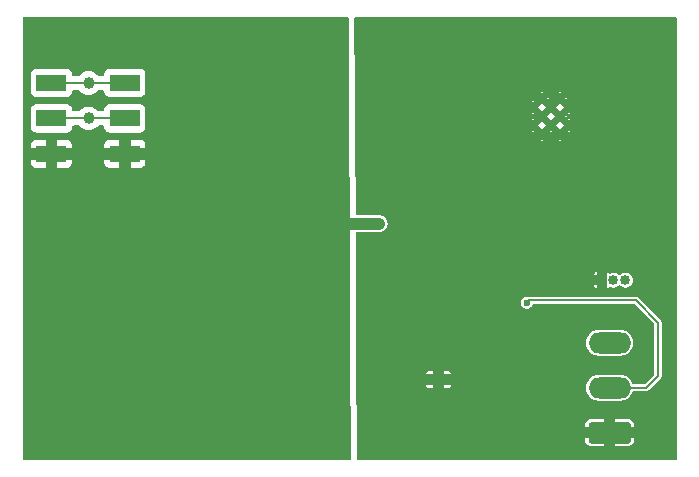
<source format=gbr>
%TF.GenerationSoftware,KiCad,Pcbnew,8.0.6*%
%TF.CreationDate,2025-02-17T14:25:18+01:00*%
%TF.ProjectId,KWLcontrol,4b574c63-6f6e-4747-926f-6c2e6b696361,rev?*%
%TF.SameCoordinates,Original*%
%TF.FileFunction,Copper,L2,Bot*%
%TF.FilePolarity,Positive*%
%FSLAX46Y46*%
G04 Gerber Fmt 4.6, Leading zero omitted, Abs format (unit mm)*
G04 Created by KiCad (PCBNEW 8.0.6) date 2025-02-17 14:25:18*
%MOMM*%
%LPD*%
G01*
G04 APERTURE LIST*
G04 Aperture macros list*
%AMRoundRect*
0 Rectangle with rounded corners*
0 $1 Rounding radius*
0 $2 $3 $4 $5 $6 $7 $8 $9 X,Y pos of 4 corners*
0 Add a 4 corners polygon primitive as box body*
4,1,4,$2,$3,$4,$5,$6,$7,$8,$9,$2,$3,0*
0 Add four circle primitives for the rounded corners*
1,1,$1+$1,$2,$3*
1,1,$1+$1,$4,$5*
1,1,$1+$1,$6,$7*
1,1,$1+$1,$8,$9*
0 Add four rect primitives between the rounded corners*
20,1,$1+$1,$2,$3,$4,$5,0*
20,1,$1+$1,$4,$5,$6,$7,0*
20,1,$1+$1,$6,$7,$8,$9,0*
20,1,$1+$1,$8,$9,$2,$3,0*%
G04 Aperture macros list end*
%TA.AperFunction,ComponentPad*%
%ADD10RoundRect,0.250000X1.550000X-0.650000X1.550000X0.650000X-1.550000X0.650000X-1.550000X-0.650000X0*%
%TD*%
%TA.AperFunction,ComponentPad*%
%ADD11O,3.600000X1.800000*%
%TD*%
%TA.AperFunction,ComponentPad*%
%ADD12R,0.850000X0.850000*%
%TD*%
%TA.AperFunction,ComponentPad*%
%ADD13O,0.850000X0.850000*%
%TD*%
%TA.AperFunction,ComponentPad*%
%ADD14C,0.600000*%
%TD*%
%TA.AperFunction,SMDPad,CuDef*%
%ADD15R,1.600000X0.900000*%
%TD*%
%TA.AperFunction,HeatsinkPad*%
%ADD16C,0.600000*%
%TD*%
%TA.AperFunction,SMDPad,CuDef*%
%ADD17R,2.500000X1.397000*%
%TD*%
%TA.AperFunction,ViaPad*%
%ADD18C,1.000000*%
%TD*%
%TA.AperFunction,ViaPad*%
%ADD19C,0.600000*%
%TD*%
%TA.AperFunction,Conductor*%
%ADD20C,0.200000*%
%TD*%
%TA.AperFunction,Conductor*%
%ADD21C,1.000000*%
%TD*%
G04 APERTURE END LIST*
D10*
%TO.P,J2,1,Pin_1*%
%TO.N,GNDREF*%
X161500000Y-144000000D03*
D11*
%TO.P,J2,2,Pin_2*%
%TO.N,Net-(J2-Pin_2)*%
X161500000Y-140190000D03*
%TO.P,J2,3,Pin_3*%
%TO.N,+12V*%
X161500000Y-136380000D03*
%TD*%
D12*
%TO.P,J3,1,Pin_1*%
%TO.N,GNDREF*%
X160830000Y-131100000D03*
D13*
%TO.P,J3,2,Pin_2*%
%TO.N,Net-(J3-Pin_2)*%
X161830000Y-131100000D03*
%TO.P,J3,3,Pin_3*%
%TO.N,Net-(J3-Pin_3)*%
X162830000Y-131100000D03*
%TD*%
D14*
%TO.P,U2,9,PAD*%
%TO.N,GNDREF*%
X146500000Y-139500000D03*
D15*
X147000000Y-139500000D03*
D14*
X147500000Y-139500000D03*
%TD*%
D16*
%TO.P,U1,39,GND*%
%TO.N,GNDREF*%
X155050000Y-116437500D03*
X155050000Y-117962500D03*
X155812500Y-115675000D03*
X155812500Y-117200000D03*
X155812500Y-118725000D03*
X156575000Y-116437500D03*
X156575000Y-117962500D03*
X157337500Y-115675000D03*
X157337500Y-117200000D03*
X157337500Y-118725000D03*
X158100000Y-116437500D03*
X158100000Y-117962500D03*
%TD*%
D17*
%TO.P,J4,1,1_1*%
%TO.N,/AC_PE*%
X114250001Y-120400000D03*
%TO.P,J4,2,1_2*%
X120449998Y-120400000D03*
%TO.P,J4,3,2_1*%
%TO.N,/AC_N*%
X114250001Y-117400002D03*
%TO.P,J4,4,2_2*%
X120449998Y-117400002D03*
%TO.P,J4,5,3_1*%
%TO.N,/AC_L*%
X114250001Y-114400002D03*
%TO.P,J4,6,3_2*%
X120449998Y-114400002D03*
%TD*%
D18*
%TO.N,/AC_L*%
X117400000Y-114400000D03*
%TO.N,/AC_N*%
X117400000Y-117400000D03*
%TO.N,GNDREF*%
X151750000Y-137250000D03*
X142400000Y-145000000D03*
X141800000Y-109700000D03*
X146500000Y-116500000D03*
X163800000Y-109900000D03*
%TO.N,/AC_PE*%
X117400000Y-120400000D03*
X142000000Y-126300000D03*
X112900000Y-145000000D03*
X112700000Y-109600000D03*
X138500000Y-109700000D03*
X138400000Y-145000000D03*
D19*
%TO.N,Net-(J2-Pin_2)*%
X154500000Y-133000000D03*
%TD*%
D20*
%TO.N,Net-(J2-Pin_2)*%
X154700000Y-132800000D02*
X163700000Y-132800000D01*
X164610000Y-140190000D02*
X161500000Y-140190000D01*
X154500000Y-133000000D02*
X154700000Y-132800000D01*
X163700000Y-132800000D02*
X165600000Y-134700000D01*
X165600000Y-134700000D02*
X165600000Y-139200000D01*
X165600000Y-139200000D02*
X164610000Y-140190000D01*
%TO.N,/AC_L*%
X114250001Y-114400002D02*
X120449998Y-114400002D01*
%TO.N,/AC_N*%
X114250001Y-117400002D02*
X120449998Y-117400002D01*
D21*
%TO.N,/AC_PE*%
X142000000Y-126300000D02*
X120600000Y-126300000D01*
X120600000Y-126300000D02*
X117400000Y-123100000D01*
X117400000Y-123100000D02*
X117400000Y-120400000D01*
%TD*%
%TA.AperFunction,Conductor*%
%TO.N,/AC_PE*%
G36*
X139340776Y-108820185D02*
G01*
X139386531Y-108872989D01*
X139397735Y-108923856D01*
X139397755Y-108927767D01*
X139397755Y-108927770D01*
X139421060Y-113413975D01*
X139430016Y-115138060D01*
X139432819Y-115677626D01*
X139433977Y-115900560D01*
X139436780Y-116440126D01*
X139439583Y-116979691D01*
X139440741Y-117202624D01*
X139441899Y-117425560D01*
X139444702Y-117965126D01*
X139447505Y-118504691D01*
X139448663Y-118727624D01*
X139451466Y-119267191D01*
X139483733Y-125478758D01*
X139483734Y-125478776D01*
X139495559Y-125584879D01*
X139506758Y-125635723D01*
X139506763Y-125635742D01*
X139540612Y-125737003D01*
X139540612Y-125737004D01*
X139618396Y-125858037D01*
X139618404Y-125858048D01*
X139664148Y-125910840D01*
X139664151Y-125910843D01*
X139664155Y-125910847D01*
X139772889Y-126005067D01*
X139903766Y-126064838D01*
X139903827Y-126064855D01*
X139903846Y-126064868D01*
X139907910Y-126066384D01*
X139907580Y-126067267D01*
X139962606Y-126102623D01*
X139991637Y-126166176D01*
X139992899Y-126183191D01*
X139994116Y-126417433D01*
X139974780Y-126484574D01*
X139922215Y-126530602D01*
X139909737Y-126535577D01*
X139857322Y-126553250D01*
X139857316Y-126553253D01*
X139736682Y-126631667D01*
X139684119Y-126677693D01*
X139684107Y-126677706D01*
X139590462Y-126786920D01*
X139531372Y-126918110D01*
X139512036Y-126985246D01*
X139492300Y-127127773D01*
X139510611Y-130652612D01*
X139510611Y-130652676D01*
X139512691Y-131052899D01*
X139512936Y-131100000D01*
X139512936Y-131100001D01*
X139515285Y-131552254D01*
X139522819Y-133002626D01*
X139539927Y-136296015D01*
X139540120Y-136333173D01*
X139554119Y-139027997D01*
X139556453Y-139477375D01*
X139556453Y-139477440D01*
X139559050Y-139977254D01*
X139559912Y-140143170D01*
X139576336Y-143304781D01*
X139579551Y-143923635D01*
X139579883Y-143987561D01*
X139583586Y-144700470D01*
X139585935Y-145152626D01*
X139591246Y-146174856D01*
X139571910Y-146241997D01*
X139519345Y-146288025D01*
X139467248Y-146299500D01*
X111924500Y-146299500D01*
X111857461Y-146279815D01*
X111811706Y-146227011D01*
X111800500Y-146175500D01*
X111800500Y-121146344D01*
X112500001Y-121146344D01*
X112506402Y-121205872D01*
X112506404Y-121205879D01*
X112556646Y-121340586D01*
X112556650Y-121340593D01*
X112642810Y-121455687D01*
X112642813Y-121455690D01*
X112757907Y-121541850D01*
X112757914Y-121541854D01*
X112892621Y-121592096D01*
X112892628Y-121592098D01*
X112952156Y-121598499D01*
X112952173Y-121598500D01*
X113750001Y-121598500D01*
X114750001Y-121598500D01*
X115547829Y-121598500D01*
X115547845Y-121598499D01*
X115607373Y-121592098D01*
X115607380Y-121592096D01*
X115742087Y-121541854D01*
X115742094Y-121541850D01*
X115857188Y-121455690D01*
X115857191Y-121455687D01*
X115943351Y-121340593D01*
X115943355Y-121340586D01*
X115993597Y-121205879D01*
X115993599Y-121205872D01*
X116000000Y-121146344D01*
X118699998Y-121146344D01*
X118706399Y-121205872D01*
X118706401Y-121205879D01*
X118756643Y-121340586D01*
X118756647Y-121340593D01*
X118842807Y-121455687D01*
X118842810Y-121455690D01*
X118957904Y-121541850D01*
X118957911Y-121541854D01*
X119092618Y-121592096D01*
X119092625Y-121592098D01*
X119152153Y-121598499D01*
X119152170Y-121598500D01*
X119949998Y-121598500D01*
X120949998Y-121598500D01*
X121747826Y-121598500D01*
X121747842Y-121598499D01*
X121807370Y-121592098D01*
X121807377Y-121592096D01*
X121942084Y-121541854D01*
X121942091Y-121541850D01*
X122057185Y-121455690D01*
X122057188Y-121455687D01*
X122143348Y-121340593D01*
X122143352Y-121340586D01*
X122193594Y-121205879D01*
X122193596Y-121205872D01*
X122199997Y-121146344D01*
X122199998Y-121146327D01*
X122199998Y-120900000D01*
X120949998Y-120900000D01*
X120949998Y-121598500D01*
X119949998Y-121598500D01*
X119949998Y-120900000D01*
X118699998Y-120900000D01*
X118699998Y-121146344D01*
X116000000Y-121146344D01*
X116000001Y-121146327D01*
X116000001Y-120900000D01*
X114750001Y-120900000D01*
X114750001Y-121598500D01*
X113750001Y-121598500D01*
X113750001Y-120900000D01*
X112500001Y-120900000D01*
X112500001Y-121146344D01*
X111800500Y-121146344D01*
X111800500Y-119653655D01*
X112500001Y-119653655D01*
X112500001Y-119900000D01*
X113750001Y-119900000D01*
X114750001Y-119900000D01*
X116000001Y-119900000D01*
X116000001Y-119653672D01*
X116000000Y-119653655D01*
X118699998Y-119653655D01*
X118699998Y-119900000D01*
X119949998Y-119900000D01*
X120949998Y-119900000D01*
X122199998Y-119900000D01*
X122199998Y-119653672D01*
X122199997Y-119653655D01*
X122193596Y-119594127D01*
X122193594Y-119594120D01*
X122143352Y-119459413D01*
X122143348Y-119459406D01*
X122057188Y-119344312D01*
X122057185Y-119344309D01*
X121942091Y-119258149D01*
X121942084Y-119258145D01*
X121807377Y-119207903D01*
X121807370Y-119207901D01*
X121747842Y-119201500D01*
X120949998Y-119201500D01*
X120949998Y-119900000D01*
X119949998Y-119900000D01*
X119949998Y-119201500D01*
X119152153Y-119201500D01*
X119092625Y-119207901D01*
X119092618Y-119207903D01*
X118957911Y-119258145D01*
X118957904Y-119258149D01*
X118842810Y-119344309D01*
X118842807Y-119344312D01*
X118756647Y-119459406D01*
X118756643Y-119459413D01*
X118706401Y-119594120D01*
X118706399Y-119594127D01*
X118699998Y-119653655D01*
X116000000Y-119653655D01*
X115993599Y-119594127D01*
X115993597Y-119594120D01*
X115943355Y-119459413D01*
X115943351Y-119459406D01*
X115857191Y-119344312D01*
X115857188Y-119344309D01*
X115742094Y-119258149D01*
X115742087Y-119258145D01*
X115607380Y-119207903D01*
X115607373Y-119207901D01*
X115547845Y-119201500D01*
X114750001Y-119201500D01*
X114750001Y-119900000D01*
X113750001Y-119900000D01*
X113750001Y-119201500D01*
X112952156Y-119201500D01*
X112892628Y-119207901D01*
X112892621Y-119207903D01*
X112757914Y-119258145D01*
X112757907Y-119258149D01*
X112642813Y-119344309D01*
X112642810Y-119344312D01*
X112556650Y-119459406D01*
X112556646Y-119459413D01*
X112506404Y-119594120D01*
X112506402Y-119594127D01*
X112500001Y-119653655D01*
X111800500Y-119653655D01*
X111800500Y-116653637D01*
X112499501Y-116653637D01*
X112499501Y-118146372D01*
X112499502Y-118146378D01*
X112505909Y-118205985D01*
X112556203Y-118340830D01*
X112556207Y-118340837D01*
X112642453Y-118456046D01*
X112642456Y-118456049D01*
X112757665Y-118542295D01*
X112757672Y-118542299D01*
X112892518Y-118592593D01*
X112892517Y-118592593D01*
X112899445Y-118593337D01*
X112952128Y-118599002D01*
X115547873Y-118599001D01*
X115607484Y-118592593D01*
X115742332Y-118542298D01*
X115857547Y-118456048D01*
X115943797Y-118340833D01*
X115994092Y-118205985D01*
X116000501Y-118146375D01*
X116000501Y-118124502D01*
X116020186Y-118057463D01*
X116072990Y-118011708D01*
X116124501Y-118000502D01*
X116539882Y-118000502D01*
X116606921Y-118020187D01*
X116635736Y-118045838D01*
X116689117Y-118110883D01*
X116841460Y-118235909D01*
X116841467Y-118235913D01*
X117015266Y-118328811D01*
X117015269Y-118328811D01*
X117015273Y-118328814D01*
X117203868Y-118386024D01*
X117400000Y-118405341D01*
X117596132Y-118386024D01*
X117784727Y-118328814D01*
X117958538Y-118235910D01*
X118110883Y-118110883D01*
X118164264Y-118045837D01*
X118222010Y-118006503D01*
X118260118Y-118000502D01*
X118575499Y-118000502D01*
X118642538Y-118020187D01*
X118688293Y-118072991D01*
X118699499Y-118124502D01*
X118699499Y-118146378D01*
X118705906Y-118205985D01*
X118756200Y-118340830D01*
X118756204Y-118340837D01*
X118842450Y-118456046D01*
X118842453Y-118456049D01*
X118957662Y-118542295D01*
X118957669Y-118542299D01*
X119092515Y-118592593D01*
X119092514Y-118592593D01*
X119099442Y-118593337D01*
X119152125Y-118599002D01*
X121747870Y-118599001D01*
X121807481Y-118592593D01*
X121942329Y-118542298D01*
X122057544Y-118456048D01*
X122143794Y-118340833D01*
X122194089Y-118205985D01*
X122200498Y-118146375D01*
X122200497Y-116653630D01*
X122194089Y-116594019D01*
X122182926Y-116564090D01*
X122143795Y-116459173D01*
X122143791Y-116459166D01*
X122057545Y-116343957D01*
X122057542Y-116343954D01*
X121942333Y-116257708D01*
X121942326Y-116257704D01*
X121807480Y-116207410D01*
X121807481Y-116207410D01*
X121747881Y-116201003D01*
X121747879Y-116201002D01*
X121747871Y-116201002D01*
X121747862Y-116201002D01*
X119152127Y-116201002D01*
X119152121Y-116201003D01*
X119092514Y-116207410D01*
X118957669Y-116257704D01*
X118957662Y-116257708D01*
X118842453Y-116343954D01*
X118842450Y-116343957D01*
X118756204Y-116459166D01*
X118756200Y-116459173D01*
X118705906Y-116594019D01*
X118699499Y-116653618D01*
X118699499Y-116653625D01*
X118699498Y-116653637D01*
X118699498Y-116675502D01*
X118679813Y-116742541D01*
X118627009Y-116788296D01*
X118575498Y-116799502D01*
X118260122Y-116799502D01*
X118193083Y-116779817D01*
X118164269Y-116754167D01*
X118110883Y-116689116D01*
X117958539Y-116564090D01*
X117958532Y-116564086D01*
X117784733Y-116471188D01*
X117784727Y-116471186D01*
X117596132Y-116413976D01*
X117596129Y-116413975D01*
X117400000Y-116394659D01*
X117203870Y-116413975D01*
X117015266Y-116471188D01*
X116841467Y-116564086D01*
X116841460Y-116564090D01*
X116689116Y-116689116D01*
X116635731Y-116754167D01*
X116577985Y-116793501D01*
X116539878Y-116799502D01*
X116124500Y-116799502D01*
X116057461Y-116779817D01*
X116011706Y-116727013D01*
X116000500Y-116675502D01*
X116000500Y-116653631D01*
X116000499Y-116653625D01*
X116000498Y-116653618D01*
X115994092Y-116594019D01*
X115982929Y-116564090D01*
X115943798Y-116459173D01*
X115943794Y-116459166D01*
X115857548Y-116343957D01*
X115857545Y-116343954D01*
X115742336Y-116257708D01*
X115742329Y-116257704D01*
X115607483Y-116207410D01*
X115607484Y-116207410D01*
X115547884Y-116201003D01*
X115547882Y-116201002D01*
X115547874Y-116201002D01*
X115547865Y-116201002D01*
X112952130Y-116201002D01*
X112952124Y-116201003D01*
X112892517Y-116207410D01*
X112757672Y-116257704D01*
X112757665Y-116257708D01*
X112642456Y-116343954D01*
X112642453Y-116343957D01*
X112556207Y-116459166D01*
X112556203Y-116459173D01*
X112505909Y-116594019D01*
X112499502Y-116653618D01*
X112499502Y-116653625D01*
X112499501Y-116653637D01*
X111800500Y-116653637D01*
X111800500Y-113653637D01*
X112499501Y-113653637D01*
X112499501Y-115146372D01*
X112499502Y-115146378D01*
X112505909Y-115205985D01*
X112556203Y-115340830D01*
X112556207Y-115340837D01*
X112642453Y-115456046D01*
X112642456Y-115456049D01*
X112757665Y-115542295D01*
X112757672Y-115542299D01*
X112892518Y-115592593D01*
X112892517Y-115592593D01*
X112899445Y-115593337D01*
X112952128Y-115599002D01*
X115547873Y-115599001D01*
X115607484Y-115592593D01*
X115742332Y-115542298D01*
X115857547Y-115456048D01*
X115943797Y-115340833D01*
X115994092Y-115205985D01*
X116000501Y-115146375D01*
X116000501Y-115124502D01*
X116020186Y-115057463D01*
X116072990Y-115011708D01*
X116124501Y-115000502D01*
X116539882Y-115000502D01*
X116606921Y-115020187D01*
X116635736Y-115045838D01*
X116689117Y-115110883D01*
X116841460Y-115235909D01*
X116841467Y-115235913D01*
X117015266Y-115328811D01*
X117015269Y-115328811D01*
X117015273Y-115328814D01*
X117203868Y-115386024D01*
X117400000Y-115405341D01*
X117596132Y-115386024D01*
X117784727Y-115328814D01*
X117958538Y-115235910D01*
X118110883Y-115110883D01*
X118164264Y-115045837D01*
X118222010Y-115006503D01*
X118260118Y-115000502D01*
X118575499Y-115000502D01*
X118642538Y-115020187D01*
X118688293Y-115072991D01*
X118699499Y-115124502D01*
X118699499Y-115146378D01*
X118705906Y-115205985D01*
X118756200Y-115340830D01*
X118756204Y-115340837D01*
X118842450Y-115456046D01*
X118842453Y-115456049D01*
X118957662Y-115542295D01*
X118957669Y-115542299D01*
X119092515Y-115592593D01*
X119092514Y-115592593D01*
X119099442Y-115593337D01*
X119152125Y-115599002D01*
X121747870Y-115599001D01*
X121807481Y-115592593D01*
X121942329Y-115542298D01*
X122057544Y-115456048D01*
X122143794Y-115340833D01*
X122194089Y-115205985D01*
X122200498Y-115146375D01*
X122200497Y-113653630D01*
X122194089Y-113594019D01*
X122182926Y-113564090D01*
X122143795Y-113459173D01*
X122143791Y-113459166D01*
X122057545Y-113343957D01*
X122057542Y-113343954D01*
X121942333Y-113257708D01*
X121942326Y-113257704D01*
X121807480Y-113207410D01*
X121807481Y-113207410D01*
X121747881Y-113201003D01*
X121747879Y-113201002D01*
X121747871Y-113201002D01*
X121747862Y-113201002D01*
X119152127Y-113201002D01*
X119152121Y-113201003D01*
X119092514Y-113207410D01*
X118957669Y-113257704D01*
X118957662Y-113257708D01*
X118842453Y-113343954D01*
X118842450Y-113343957D01*
X118756204Y-113459166D01*
X118756200Y-113459173D01*
X118705906Y-113594019D01*
X118699499Y-113653618D01*
X118699499Y-113653625D01*
X118699498Y-113653637D01*
X118699498Y-113675502D01*
X118679813Y-113742541D01*
X118627009Y-113788296D01*
X118575498Y-113799502D01*
X118260122Y-113799502D01*
X118193083Y-113779817D01*
X118164269Y-113754167D01*
X118110883Y-113689116D01*
X117958539Y-113564090D01*
X117958532Y-113564086D01*
X117784733Y-113471188D01*
X117784727Y-113471186D01*
X117596132Y-113413976D01*
X117596129Y-113413975D01*
X117400000Y-113394659D01*
X117203870Y-113413975D01*
X117015266Y-113471188D01*
X116841467Y-113564086D01*
X116841460Y-113564090D01*
X116689116Y-113689116D01*
X116635731Y-113754167D01*
X116577985Y-113793501D01*
X116539878Y-113799502D01*
X116124500Y-113799502D01*
X116057461Y-113779817D01*
X116011706Y-113727013D01*
X116000500Y-113675502D01*
X116000500Y-113653631D01*
X116000499Y-113653625D01*
X116000498Y-113653618D01*
X115994092Y-113594019D01*
X115982929Y-113564090D01*
X115943798Y-113459173D01*
X115943794Y-113459166D01*
X115857548Y-113343957D01*
X115857545Y-113343954D01*
X115742336Y-113257708D01*
X115742329Y-113257704D01*
X115607483Y-113207410D01*
X115607484Y-113207410D01*
X115547884Y-113201003D01*
X115547882Y-113201002D01*
X115547874Y-113201002D01*
X115547865Y-113201002D01*
X112952130Y-113201002D01*
X112952124Y-113201003D01*
X112892517Y-113207410D01*
X112757672Y-113257704D01*
X112757665Y-113257708D01*
X112642456Y-113343954D01*
X112642453Y-113343957D01*
X112556207Y-113459166D01*
X112556203Y-113459173D01*
X112505909Y-113594019D01*
X112499502Y-113653618D01*
X112499502Y-113653625D01*
X112499501Y-113653637D01*
X111800500Y-113653637D01*
X111800500Y-108924500D01*
X111820185Y-108857461D01*
X111872989Y-108811706D01*
X111924500Y-108800500D01*
X139273737Y-108800500D01*
X139340776Y-108820185D01*
G37*
%TD.AperFunction*%
%TD*%
%TA.AperFunction,Conductor*%
%TO.N,GNDREF*%
G36*
X167142539Y-108820185D02*
G01*
X167188294Y-108872989D01*
X167199500Y-108924500D01*
X167199500Y-146175500D01*
X167179815Y-146242539D01*
X167127011Y-146288294D01*
X167075500Y-146299500D01*
X140220757Y-146299500D01*
X140153718Y-146279815D01*
X140107963Y-146227011D01*
X140096759Y-146176144D01*
X140091428Y-145150000D01*
X140089079Y-144697844D01*
X159450000Y-144697844D01*
X159456401Y-144757372D01*
X159456403Y-144757379D01*
X159506645Y-144892086D01*
X159506649Y-144892093D01*
X159592809Y-145007187D01*
X159592812Y-145007190D01*
X159707906Y-145093350D01*
X159707913Y-145093354D01*
X159842620Y-145143596D01*
X159842627Y-145143598D01*
X159902155Y-145149999D01*
X159902172Y-145150000D01*
X161000000Y-145150000D01*
X162000000Y-145150000D01*
X163097828Y-145150000D01*
X163097844Y-145149999D01*
X163157372Y-145143598D01*
X163157379Y-145143596D01*
X163292086Y-145093354D01*
X163292093Y-145093350D01*
X163407187Y-145007190D01*
X163407190Y-145007187D01*
X163493350Y-144892093D01*
X163493354Y-144892086D01*
X163543596Y-144757379D01*
X163543598Y-144757372D01*
X163549999Y-144697844D01*
X163550000Y-144697827D01*
X163550000Y-144500000D01*
X162000000Y-144500000D01*
X162000000Y-145150000D01*
X161000000Y-145150000D01*
X161000000Y-144500000D01*
X159450000Y-144500000D01*
X159450000Y-144697844D01*
X140089079Y-144697844D01*
X140085044Y-143921009D01*
X160900000Y-143921009D01*
X160900000Y-144078991D01*
X160940889Y-144231591D01*
X161019881Y-144368408D01*
X161131592Y-144480119D01*
X161268409Y-144559111D01*
X161421009Y-144600000D01*
X161578991Y-144600000D01*
X161731591Y-144559111D01*
X161868408Y-144480119D01*
X161980119Y-144368408D01*
X162059111Y-144231591D01*
X162100000Y-144078991D01*
X162100000Y-143921009D01*
X162059111Y-143768409D01*
X161980119Y-143631592D01*
X161868408Y-143519881D01*
X161833973Y-143500000D01*
X162000000Y-143500000D01*
X163550000Y-143500000D01*
X163550000Y-143302172D01*
X163549999Y-143302155D01*
X163543598Y-143242627D01*
X163543596Y-143242620D01*
X163493354Y-143107913D01*
X163493350Y-143107906D01*
X163407190Y-142992812D01*
X163407187Y-142992809D01*
X163292093Y-142906649D01*
X163292086Y-142906645D01*
X163157379Y-142856403D01*
X163157372Y-142856401D01*
X163097844Y-142850000D01*
X162000000Y-142850000D01*
X162000000Y-143500000D01*
X161833973Y-143500000D01*
X161731591Y-143440889D01*
X161578991Y-143400000D01*
X161421009Y-143400000D01*
X161268409Y-143440889D01*
X161131592Y-143519881D01*
X161019881Y-143631592D01*
X160940889Y-143768409D01*
X160900000Y-143921009D01*
X140085044Y-143921009D01*
X140081829Y-143302155D01*
X159450000Y-143302155D01*
X159450000Y-143500000D01*
X161000000Y-143500000D01*
X161000000Y-142850000D01*
X159902155Y-142850000D01*
X159842627Y-142856401D01*
X159842620Y-142856403D01*
X159707913Y-142906645D01*
X159707906Y-142906649D01*
X159592812Y-142992809D01*
X159592809Y-142992812D01*
X159506649Y-143107906D01*
X159506645Y-143107913D01*
X159456403Y-143242620D01*
X159456401Y-143242627D01*
X159450000Y-143302155D01*
X140081829Y-143302155D01*
X140064543Y-139974628D01*
X145950000Y-139974628D01*
X145964503Y-140047540D01*
X145964505Y-140047544D01*
X146019760Y-140130239D01*
X146102455Y-140185494D01*
X146102459Y-140185496D01*
X146175371Y-140199999D01*
X146175374Y-140200000D01*
X146550000Y-140200000D01*
X147450000Y-140200000D01*
X147824626Y-140200000D01*
X147824628Y-140199999D01*
X147897540Y-140185496D01*
X147897544Y-140185494D01*
X147980239Y-140130239D01*
X148035494Y-140047544D01*
X148035496Y-140047540D01*
X148049999Y-139974628D01*
X148050000Y-139974626D01*
X148050000Y-139950000D01*
X147450000Y-139950000D01*
X147450000Y-140200000D01*
X146550000Y-140200000D01*
X146550000Y-139950000D01*
X145950000Y-139950000D01*
X145950000Y-139974628D01*
X140064543Y-139974628D01*
X140061948Y-139475136D01*
X146375000Y-139475136D01*
X146375000Y-139524864D01*
X146394030Y-139570807D01*
X146429193Y-139605970D01*
X146475136Y-139625000D01*
X146524864Y-139625000D01*
X146570807Y-139605970D01*
X146605970Y-139570807D01*
X146625000Y-139524864D01*
X146625000Y-139475136D01*
X147375000Y-139475136D01*
X147375000Y-139524864D01*
X147394030Y-139570807D01*
X147429193Y-139605970D01*
X147475136Y-139625000D01*
X147524864Y-139625000D01*
X147570807Y-139605970D01*
X147605970Y-139570807D01*
X147625000Y-139524864D01*
X147625000Y-139475136D01*
X147605970Y-139429193D01*
X147570807Y-139394030D01*
X147524864Y-139375000D01*
X147475136Y-139375000D01*
X147429193Y-139394030D01*
X147394030Y-139429193D01*
X147375000Y-139475136D01*
X146625000Y-139475136D01*
X146605970Y-139429193D01*
X146570807Y-139394030D01*
X146524864Y-139375000D01*
X146475136Y-139375000D01*
X146429193Y-139394030D01*
X146394030Y-139429193D01*
X146375000Y-139475136D01*
X140061948Y-139475136D01*
X140059612Y-139025371D01*
X145950000Y-139025371D01*
X145950000Y-139050000D01*
X146550000Y-139050000D01*
X147450000Y-139050000D01*
X148050000Y-139050000D01*
X148050000Y-139025373D01*
X148049999Y-139025371D01*
X148035496Y-138952459D01*
X148035494Y-138952455D01*
X147980239Y-138869760D01*
X147897544Y-138814505D01*
X147897540Y-138814503D01*
X147824627Y-138800000D01*
X147450000Y-138800000D01*
X147450000Y-139050000D01*
X146550000Y-139050000D01*
X146550000Y-138800000D01*
X146175373Y-138800000D01*
X146102459Y-138814503D01*
X146102455Y-138814505D01*
X146019760Y-138869760D01*
X145964505Y-138952455D01*
X145964503Y-138952459D01*
X145950000Y-139025371D01*
X140059612Y-139025371D01*
X140045420Y-136293389D01*
X159499500Y-136293389D01*
X159499500Y-136466611D01*
X159526598Y-136637701D01*
X159580127Y-136802445D01*
X159658768Y-136956788D01*
X159760586Y-137096928D01*
X159883072Y-137219414D01*
X160023212Y-137321232D01*
X160177555Y-137399873D01*
X160342299Y-137453402D01*
X160513389Y-137480500D01*
X160513390Y-137480500D01*
X162486610Y-137480500D01*
X162486611Y-137480500D01*
X162657701Y-137453402D01*
X162822445Y-137399873D01*
X162976788Y-137321232D01*
X163116928Y-137219414D01*
X163239414Y-137096928D01*
X163341232Y-136956788D01*
X163419873Y-136802445D01*
X163473402Y-136637701D01*
X163500500Y-136466611D01*
X163500500Y-136293389D01*
X163473402Y-136122299D01*
X163419873Y-135957555D01*
X163341232Y-135803212D01*
X163239414Y-135663072D01*
X163116928Y-135540586D01*
X162976788Y-135438768D01*
X162822445Y-135360127D01*
X162657701Y-135306598D01*
X162657699Y-135306597D01*
X162657698Y-135306597D01*
X162526271Y-135285781D01*
X162486611Y-135279500D01*
X160513389Y-135279500D01*
X160473728Y-135285781D01*
X160342302Y-135306597D01*
X160177552Y-135360128D01*
X160023211Y-135438768D01*
X159943256Y-135496859D01*
X159883072Y-135540586D01*
X159883070Y-135540588D01*
X159883069Y-135540588D01*
X159760588Y-135663069D01*
X159760588Y-135663070D01*
X159760586Y-135663072D01*
X159716859Y-135723256D01*
X159658768Y-135803211D01*
X159580128Y-135957552D01*
X159526597Y-136122302D01*
X159499500Y-136293389D01*
X140045420Y-136293389D01*
X140028312Y-133000000D01*
X153994353Y-133000000D01*
X154014834Y-133142456D01*
X154028778Y-133172988D01*
X154074623Y-133273373D01*
X154168872Y-133382143D01*
X154289947Y-133459953D01*
X154289950Y-133459954D01*
X154289949Y-133459954D01*
X154428036Y-133500499D01*
X154428038Y-133500500D01*
X154428039Y-133500500D01*
X154571962Y-133500500D01*
X154571962Y-133500499D01*
X154710053Y-133459953D01*
X154831128Y-133382143D01*
X154925377Y-133273373D01*
X154971222Y-133172988D01*
X155016977Y-133120184D01*
X155084016Y-133100500D01*
X163524167Y-133100500D01*
X163591206Y-133120185D01*
X163611848Y-133136819D01*
X165263181Y-134788152D01*
X165296666Y-134849475D01*
X165299500Y-134875833D01*
X165299500Y-139024167D01*
X165279815Y-139091206D01*
X165263181Y-139111848D01*
X164521848Y-139853181D01*
X164460525Y-139886666D01*
X164434167Y-139889500D01*
X163549587Y-139889500D01*
X163482548Y-139869815D01*
X163436793Y-139817011D01*
X163431657Y-139803820D01*
X163419873Y-139767554D01*
X163341231Y-139613211D01*
X163335970Y-139605970D01*
X163239414Y-139473072D01*
X163116928Y-139350586D01*
X162976788Y-139248768D01*
X162822445Y-139170127D01*
X162657701Y-139116598D01*
X162657699Y-139116597D01*
X162657698Y-139116597D01*
X162497382Y-139091206D01*
X162486611Y-139089500D01*
X160513389Y-139089500D01*
X160502618Y-139091206D01*
X160342302Y-139116597D01*
X160177552Y-139170128D01*
X160023211Y-139248768D01*
X159943256Y-139306859D01*
X159883072Y-139350586D01*
X159883070Y-139350588D01*
X159883069Y-139350588D01*
X159760588Y-139473069D01*
X159760588Y-139473070D01*
X159760586Y-139473072D01*
X159722957Y-139524864D01*
X159658768Y-139613211D01*
X159580128Y-139767552D01*
X159526597Y-139932302D01*
X159508345Y-140047544D01*
X159499500Y-140103389D01*
X159499500Y-140276611D01*
X159526598Y-140447701D01*
X159580127Y-140612445D01*
X159658768Y-140766788D01*
X159760586Y-140906928D01*
X159883072Y-141029414D01*
X160023212Y-141131232D01*
X160177555Y-141209873D01*
X160342299Y-141263402D01*
X160513389Y-141290500D01*
X160513390Y-141290500D01*
X162486610Y-141290500D01*
X162486611Y-141290500D01*
X162657701Y-141263402D01*
X162822445Y-141209873D01*
X162976788Y-141131232D01*
X163116928Y-141029414D01*
X163239414Y-140906928D01*
X163341232Y-140766788D01*
X163419873Y-140612445D01*
X163431657Y-140576180D01*
X163471095Y-140518505D01*
X163535454Y-140491308D01*
X163549587Y-140490500D01*
X164649560Y-140490500D01*
X164649562Y-140490500D01*
X164725989Y-140470021D01*
X164794511Y-140430460D01*
X164850460Y-140374511D01*
X165840460Y-139384511D01*
X165847577Y-139372184D01*
X165880021Y-139315989D01*
X165900500Y-139239562D01*
X165900500Y-134660438D01*
X165880022Y-134584012D01*
X165840460Y-134515489D01*
X163884511Y-132559540D01*
X163884509Y-132559539D01*
X163884504Y-132559535D01*
X163815995Y-132519982D01*
X163815990Y-132519979D01*
X163785820Y-132511895D01*
X163739562Y-132499500D01*
X154739562Y-132499500D01*
X154660438Y-132499500D01*
X154660434Y-132499500D01*
X154647798Y-132502886D01*
X154580774Y-132502087D01*
X154571963Y-132499500D01*
X154571961Y-132499500D01*
X154428039Y-132499500D01*
X154428036Y-132499500D01*
X154289949Y-132540045D01*
X154168873Y-132617856D01*
X154074623Y-132726626D01*
X154074622Y-132726628D01*
X154014834Y-132857543D01*
X153994353Y-133000000D01*
X140028312Y-133000000D01*
X140020778Y-131549628D01*
X160155000Y-131549628D01*
X160169503Y-131622540D01*
X160169505Y-131622544D01*
X160224760Y-131705239D01*
X160307455Y-131760494D01*
X160307459Y-131760496D01*
X160380371Y-131774999D01*
X160380374Y-131775000D01*
X160405000Y-131775000D01*
X160405000Y-131525000D01*
X160155000Y-131525000D01*
X160155000Y-131549628D01*
X140020778Y-131549628D01*
X140018184Y-131050272D01*
X160580000Y-131050272D01*
X160580000Y-131149728D01*
X160618060Y-131241614D01*
X160688386Y-131311940D01*
X160780272Y-131350000D01*
X160879728Y-131350000D01*
X160971614Y-131311940D01*
X161041940Y-131241614D01*
X161080000Y-131149728D01*
X161080000Y-131100000D01*
X161199906Y-131100000D01*
X161218214Y-131250790D01*
X161231016Y-131284544D01*
X161246942Y-131326539D01*
X161255000Y-131370508D01*
X161255000Y-131775000D01*
X161279626Y-131775000D01*
X161279628Y-131774999D01*
X161352540Y-131760496D01*
X161352544Y-131760494D01*
X161435239Y-131705240D01*
X161440242Y-131700237D01*
X161501563Y-131666750D01*
X161571255Y-131671732D01*
X161585539Y-131678112D01*
X161606566Y-131689148D01*
X161606568Y-131689148D01*
X161606569Y-131689149D01*
X161754050Y-131725500D01*
X161754051Y-131725500D01*
X161905950Y-131725500D01*
X161955110Y-131713382D01*
X162053434Y-131689148D01*
X162187934Y-131618557D01*
X162247774Y-131565543D01*
X162311006Y-131535823D01*
X162380270Y-131545007D01*
X162412224Y-131565542D01*
X162472066Y-131618557D01*
X162606566Y-131689148D01*
X162680308Y-131707324D01*
X162754050Y-131725500D01*
X162754051Y-131725500D01*
X162905950Y-131725500D01*
X162955110Y-131713382D01*
X163053434Y-131689148D01*
X163187934Y-131618557D01*
X163301632Y-131517830D01*
X163387921Y-131392819D01*
X163441785Y-131250791D01*
X163460094Y-131100000D01*
X163441785Y-130949209D01*
X163387921Y-130807181D01*
X163301632Y-130682170D01*
X163187934Y-130581443D01*
X163053434Y-130510852D01*
X163053433Y-130510851D01*
X163053432Y-130510851D01*
X162905950Y-130474500D01*
X162905949Y-130474500D01*
X162754051Y-130474500D01*
X162754050Y-130474500D01*
X162606567Y-130510851D01*
X162472064Y-130581443D01*
X162412226Y-130634455D01*
X162348993Y-130664176D01*
X162279729Y-130654992D01*
X162247774Y-130634455D01*
X162187935Y-130581443D01*
X162053432Y-130510851D01*
X161905950Y-130474500D01*
X161905949Y-130474500D01*
X161754051Y-130474500D01*
X161754050Y-130474500D01*
X161606566Y-130510851D01*
X161606565Y-130510852D01*
X161585551Y-130521881D01*
X161517043Y-130535605D01*
X161451990Y-130510112D01*
X161440249Y-130499768D01*
X161435242Y-130494762D01*
X161352544Y-130439505D01*
X161352540Y-130439503D01*
X161279627Y-130425000D01*
X161255000Y-130425000D01*
X161255000Y-130829490D01*
X161246942Y-130873460D01*
X161218216Y-130949203D01*
X161218214Y-130949212D01*
X161199906Y-131100000D01*
X161080000Y-131100000D01*
X161080000Y-131050272D01*
X161041940Y-130958386D01*
X160971614Y-130888060D01*
X160879728Y-130850000D01*
X160780272Y-130850000D01*
X160688386Y-130888060D01*
X160618060Y-130958386D01*
X160580000Y-131050272D01*
X140018184Y-131050272D01*
X140016106Y-130650371D01*
X160155000Y-130650371D01*
X160155000Y-130675000D01*
X160405000Y-130675000D01*
X160405000Y-130425000D01*
X160380373Y-130425000D01*
X160307459Y-130439503D01*
X160307455Y-130439505D01*
X160224760Y-130494760D01*
X160169505Y-130577455D01*
X160169503Y-130577459D01*
X160155000Y-130650371D01*
X140016106Y-130650371D01*
X139997793Y-127125144D01*
X140017129Y-127058003D01*
X140069694Y-127011975D01*
X140121791Y-127000500D01*
X142085058Y-127000500D01*
X142085058Y-127000499D01*
X142149506Y-126984614D01*
X142154975Y-126983396D01*
X142204328Y-126973580D01*
X142210417Y-126971057D01*
X142228204Y-126965216D01*
X142250225Y-126959790D01*
X142292449Y-126937628D01*
X142302606Y-126932871D01*
X142331811Y-126920775D01*
X142352914Y-126906673D01*
X142364171Y-126899985D01*
X142400852Y-126880734D01*
X142422512Y-126861544D01*
X142435835Y-126851267D01*
X142446542Y-126844114D01*
X142477730Y-126812924D01*
X142483133Y-126807838D01*
X142528183Y-126767929D01*
X142533936Y-126759592D01*
X142540643Y-126751581D01*
X142540246Y-126751255D01*
X142544113Y-126746543D01*
X142544114Y-126746542D01*
X142579034Y-126694279D01*
X142579939Y-126692946D01*
X142624818Y-126627930D01*
X142650587Y-126559978D01*
X142651926Y-126556601D01*
X142673580Y-126504328D01*
X142673646Y-126503996D01*
X142679321Y-126484211D01*
X142685140Y-126468872D01*
X142691637Y-126415350D01*
X142693116Y-126406109D01*
X142700500Y-126368996D01*
X142700500Y-126349873D01*
X142701404Y-126334926D01*
X142705645Y-126300000D01*
X142701404Y-126265071D01*
X142700500Y-126250125D01*
X142700500Y-126231006D01*
X142693116Y-126193889D01*
X142691637Y-126184640D01*
X142685140Y-126131129D01*
X142679323Y-126115792D01*
X142673644Y-126095997D01*
X142673580Y-126095672D01*
X142651942Y-126043436D01*
X142650576Y-126039991D01*
X142624818Y-125972070D01*
X142580015Y-125907162D01*
X142578963Y-125905612D01*
X142544117Y-125853462D01*
X142540249Y-125848748D01*
X142540628Y-125848436D01*
X142533940Y-125840412D01*
X142528183Y-125832071D01*
X142483145Y-125792171D01*
X142477707Y-125787051D01*
X142446545Y-125755889D01*
X142446542Y-125755886D01*
X142446377Y-125755775D01*
X142435840Y-125748734D01*
X142422513Y-125738454D01*
X142400855Y-125719268D01*
X142400850Y-125719265D01*
X142364162Y-125700009D01*
X142352903Y-125693318D01*
X142331811Y-125679225D01*
X142302599Y-125667124D01*
X142292445Y-125662368D01*
X142250225Y-125640210D01*
X142250226Y-125640210D01*
X142228206Y-125634783D01*
X142210434Y-125628949D01*
X142204328Y-125626420D01*
X142204324Y-125626419D01*
X142204322Y-125626418D01*
X142154993Y-125616606D01*
X142149511Y-125615386D01*
X142085057Y-125599500D01*
X142085056Y-125599500D01*
X142068993Y-125599500D01*
X140113225Y-125599500D01*
X140046186Y-125579815D01*
X140000431Y-125527011D01*
X139989227Y-125476144D01*
X139956959Y-119264565D01*
X155697198Y-119264565D01*
X155812499Y-119279746D01*
X155812501Y-119279746D01*
X155927800Y-119264565D01*
X157222198Y-119264565D01*
X157337499Y-119279746D01*
X157337501Y-119279746D01*
X157452800Y-119264565D01*
X157452801Y-119264564D01*
X157337501Y-119149264D01*
X157222198Y-119264565D01*
X155927800Y-119264565D01*
X155927801Y-119264564D01*
X155812501Y-119149264D01*
X155697198Y-119264565D01*
X139956959Y-119264565D01*
X139954156Y-118724998D01*
X155257754Y-118724998D01*
X155257754Y-118725000D01*
X155272934Y-118840300D01*
X155388235Y-118724999D01*
X155368345Y-118705109D01*
X155712500Y-118705109D01*
X155712500Y-118744891D01*
X155727724Y-118781645D01*
X155755855Y-118809776D01*
X155792609Y-118825000D01*
X155832391Y-118825000D01*
X155869145Y-118809776D01*
X155897276Y-118781645D01*
X155912500Y-118744891D01*
X155912500Y-118725000D01*
X156236764Y-118725000D01*
X156236764Y-118725001D01*
X156352064Y-118840301D01*
X156352065Y-118840300D01*
X156367246Y-118725000D01*
X156367246Y-118724998D01*
X156782754Y-118724998D01*
X156782754Y-118725000D01*
X156797934Y-118840300D01*
X156913236Y-118724999D01*
X156893346Y-118705109D01*
X157237500Y-118705109D01*
X157237500Y-118744891D01*
X157252724Y-118781645D01*
X157280855Y-118809776D01*
X157317609Y-118825000D01*
X157357391Y-118825000D01*
X157394145Y-118809776D01*
X157422276Y-118781645D01*
X157437500Y-118744891D01*
X157437500Y-118725000D01*
X157761764Y-118725000D01*
X157761764Y-118725001D01*
X157877064Y-118840301D01*
X157877065Y-118840300D01*
X157892245Y-118725000D01*
X157881840Y-118645966D01*
X157889422Y-118597341D01*
X157761764Y-118725000D01*
X157437500Y-118725000D01*
X157437500Y-118705109D01*
X157422276Y-118668355D01*
X157394145Y-118640224D01*
X157357391Y-118625000D01*
X157317609Y-118625000D01*
X157280855Y-118640224D01*
X157252724Y-118668355D01*
X157237500Y-118705109D01*
X156893346Y-118705109D01*
X156784343Y-118596106D01*
X156794211Y-118631253D01*
X156793159Y-118645964D01*
X156782754Y-118724998D01*
X156367246Y-118724998D01*
X156356840Y-118645966D01*
X156364422Y-118597341D01*
X156236764Y-118725000D01*
X155912500Y-118725000D01*
X155912500Y-118705109D01*
X155897276Y-118668355D01*
X155869145Y-118640224D01*
X155832391Y-118625000D01*
X155792609Y-118625000D01*
X155755855Y-118640224D01*
X155727724Y-118668355D01*
X155712500Y-118705109D01*
X155368345Y-118705109D01*
X155259343Y-118596106D01*
X155269211Y-118631253D01*
X155268159Y-118645964D01*
X155257754Y-118724998D01*
X139954156Y-118724998D01*
X139952998Y-118502065D01*
X154934698Y-118502065D01*
X155049999Y-118517245D01*
X155062084Y-118515654D01*
X156446108Y-118515654D01*
X156481253Y-118505788D01*
X156495966Y-118506840D01*
X156574999Y-118517245D01*
X156587084Y-118515654D01*
X157971108Y-118515654D01*
X158006253Y-118505788D01*
X158020966Y-118506840D01*
X158100000Y-118517245D01*
X158215300Y-118502065D01*
X158215301Y-118502064D01*
X158100001Y-118386764D01*
X157971108Y-118515654D01*
X156587084Y-118515654D01*
X156654033Y-118506840D01*
X156702659Y-118514422D01*
X156575001Y-118386764D01*
X156446108Y-118515654D01*
X155062084Y-118515654D01*
X155129033Y-118506840D01*
X155177659Y-118514422D01*
X155050001Y-118386764D01*
X154934698Y-118502065D01*
X139952998Y-118502065D01*
X139950195Y-117962500D01*
X154495254Y-117962500D01*
X154510434Y-118077800D01*
X154625735Y-117962499D01*
X154605845Y-117942609D01*
X154950000Y-117942609D01*
X154950000Y-117982391D01*
X154965224Y-118019145D01*
X154993355Y-118047276D01*
X155030109Y-118062500D01*
X155069891Y-118062500D01*
X155106645Y-118047276D01*
X155134776Y-118019145D01*
X155150000Y-117982391D01*
X155150000Y-117962500D01*
X155474264Y-117962500D01*
X155474264Y-117962501D01*
X155644088Y-118132325D01*
X155812499Y-118300735D01*
X156150735Y-117962499D01*
X156130845Y-117942609D01*
X156475000Y-117942609D01*
X156475000Y-117982391D01*
X156490224Y-118019145D01*
X156518355Y-118047276D01*
X156555109Y-118062500D01*
X156594891Y-118062500D01*
X156631645Y-118047276D01*
X156659776Y-118019145D01*
X156675000Y-117982391D01*
X156675000Y-117962500D01*
X156999264Y-117962500D01*
X156999264Y-117962501D01*
X157169088Y-118132325D01*
X157337499Y-118300735D01*
X157675735Y-117962499D01*
X157655845Y-117942609D01*
X158000000Y-117942609D01*
X158000000Y-117982391D01*
X158015224Y-118019145D01*
X158043355Y-118047276D01*
X158080109Y-118062500D01*
X158119891Y-118062500D01*
X158156645Y-118047276D01*
X158184776Y-118019145D01*
X158200000Y-117982391D01*
X158200000Y-117962500D01*
X158524264Y-117962500D01*
X158524264Y-117962501D01*
X158639564Y-118077801D01*
X158639565Y-118077800D01*
X158654746Y-117962500D01*
X158654746Y-117962499D01*
X158639565Y-117847198D01*
X158524264Y-117962500D01*
X158200000Y-117962500D01*
X158200000Y-117942609D01*
X158184776Y-117905855D01*
X158156645Y-117877724D01*
X158119891Y-117862500D01*
X158080109Y-117862500D01*
X158043355Y-117877724D01*
X158015224Y-117905855D01*
X158000000Y-117942609D01*
X157655845Y-117942609D01*
X157505911Y-117792674D01*
X157337501Y-117624264D01*
X157169088Y-117792675D01*
X156999264Y-117962500D01*
X156675000Y-117962500D01*
X156675000Y-117942609D01*
X156659776Y-117905855D01*
X156631645Y-117877724D01*
X156594891Y-117862500D01*
X156555109Y-117862500D01*
X156518355Y-117877724D01*
X156490224Y-117905855D01*
X156475000Y-117942609D01*
X156130845Y-117942609D01*
X155980911Y-117792674D01*
X155812501Y-117624264D01*
X155644088Y-117792675D01*
X155474264Y-117962500D01*
X155150000Y-117962500D01*
X155150000Y-117942609D01*
X155134776Y-117905855D01*
X155106645Y-117877724D01*
X155069891Y-117862500D01*
X155030109Y-117862500D01*
X154993355Y-117877724D01*
X154965224Y-117905855D01*
X154950000Y-117942609D01*
X154605845Y-117942609D01*
X154510434Y-117847197D01*
X154495254Y-117962500D01*
X139950195Y-117962500D01*
X139947392Y-117422934D01*
X154934697Y-117422934D01*
X155049999Y-117538235D01*
X155178889Y-117409344D01*
X155143745Y-117419211D01*
X155129035Y-117418159D01*
X155050002Y-117407754D01*
X155050000Y-117407754D01*
X154934697Y-117422934D01*
X139947392Y-117422934D01*
X139946234Y-117199998D01*
X155257754Y-117199998D01*
X155257754Y-117200002D01*
X155268159Y-117279035D01*
X155260576Y-117327658D01*
X155388235Y-117199999D01*
X155368345Y-117180109D01*
X155712500Y-117180109D01*
X155712500Y-117219891D01*
X155727724Y-117256645D01*
X155755855Y-117284776D01*
X155792609Y-117300000D01*
X155832391Y-117300000D01*
X155869145Y-117284776D01*
X155897276Y-117256645D01*
X155912500Y-117219891D01*
X155912500Y-117200000D01*
X156236764Y-117200000D01*
X156236764Y-117200001D01*
X156406588Y-117369825D01*
X156574999Y-117538235D01*
X156702659Y-117410575D01*
X157972339Y-117410575D01*
X158099999Y-117538235D01*
X158215300Y-117422934D01*
X158100001Y-117407754D01*
X158099999Y-117407754D01*
X158020964Y-117418159D01*
X157972339Y-117410575D01*
X156702659Y-117410575D01*
X156913235Y-117199999D01*
X156893345Y-117180109D01*
X157237500Y-117180109D01*
X157237500Y-117219891D01*
X157252724Y-117256645D01*
X157280855Y-117284776D01*
X157317609Y-117300000D01*
X157357391Y-117300000D01*
X157394145Y-117284776D01*
X157422276Y-117256645D01*
X157437500Y-117219891D01*
X157437500Y-117200000D01*
X157761764Y-117200000D01*
X157761764Y-117200001D01*
X157890655Y-117328892D01*
X157880788Y-117293744D01*
X157881840Y-117279033D01*
X157892245Y-117199999D01*
X157881840Y-117120966D01*
X157889422Y-117072341D01*
X157761764Y-117200000D01*
X157437500Y-117200000D01*
X157437500Y-117180109D01*
X157422276Y-117143355D01*
X157394145Y-117115224D01*
X157357391Y-117100000D01*
X157317609Y-117100000D01*
X157280855Y-117115224D01*
X157252724Y-117143355D01*
X157237500Y-117180109D01*
X156893345Y-117180109D01*
X156743411Y-117030174D01*
X156703891Y-116990654D01*
X157971108Y-116990654D01*
X158006253Y-116980788D01*
X158020966Y-116981840D01*
X158100000Y-116992245D01*
X158215300Y-116977065D01*
X158215301Y-116977064D01*
X158100001Y-116861764D01*
X157971108Y-116990654D01*
X156703891Y-116990654D01*
X156575001Y-116861764D01*
X156406588Y-117030175D01*
X156236764Y-117200000D01*
X155912500Y-117200000D01*
X155912500Y-117180109D01*
X155897276Y-117143355D01*
X155869145Y-117115224D01*
X155832391Y-117100000D01*
X155792609Y-117100000D01*
X155755855Y-117115224D01*
X155727724Y-117143355D01*
X155712500Y-117180109D01*
X155368345Y-117180109D01*
X155259343Y-117071106D01*
X155269211Y-117106253D01*
X155268159Y-117120964D01*
X155257754Y-117199998D01*
X139946234Y-117199998D01*
X139945076Y-116977065D01*
X154934698Y-116977065D01*
X155049999Y-116992245D01*
X155129033Y-116981840D01*
X155177659Y-116989422D01*
X155050001Y-116861764D01*
X154934698Y-116977065D01*
X139945076Y-116977065D01*
X139942273Y-116437500D01*
X154495254Y-116437500D01*
X154510434Y-116552800D01*
X154625735Y-116437499D01*
X154605845Y-116417609D01*
X154950000Y-116417609D01*
X154950000Y-116457391D01*
X154965224Y-116494145D01*
X154993355Y-116522276D01*
X155030109Y-116537500D01*
X155069891Y-116537500D01*
X155106645Y-116522276D01*
X155134776Y-116494145D01*
X155150000Y-116457391D01*
X155150000Y-116437500D01*
X155474264Y-116437500D01*
X155474264Y-116437501D01*
X155644088Y-116607325D01*
X155812499Y-116775735D01*
X156150735Y-116437499D01*
X156130845Y-116417609D01*
X156475000Y-116417609D01*
X156475000Y-116457391D01*
X156490224Y-116494145D01*
X156518355Y-116522276D01*
X156555109Y-116537500D01*
X156594891Y-116537500D01*
X156631645Y-116522276D01*
X156659776Y-116494145D01*
X156675000Y-116457391D01*
X156675000Y-116437500D01*
X156999264Y-116437500D01*
X156999264Y-116437501D01*
X157169088Y-116607325D01*
X157337499Y-116775735D01*
X157675735Y-116437499D01*
X157655845Y-116417609D01*
X158000000Y-116417609D01*
X158000000Y-116457391D01*
X158015224Y-116494145D01*
X158043355Y-116522276D01*
X158080109Y-116537500D01*
X158119891Y-116537500D01*
X158156645Y-116522276D01*
X158184776Y-116494145D01*
X158200000Y-116457391D01*
X158200000Y-116437500D01*
X158524264Y-116437500D01*
X158524264Y-116437501D01*
X158639564Y-116552801D01*
X158639565Y-116552800D01*
X158654746Y-116437500D01*
X158654746Y-116437499D01*
X158639565Y-116322198D01*
X158524264Y-116437500D01*
X158200000Y-116437500D01*
X158200000Y-116417609D01*
X158184776Y-116380855D01*
X158156645Y-116352724D01*
X158119891Y-116337500D01*
X158080109Y-116337500D01*
X158043355Y-116352724D01*
X158015224Y-116380855D01*
X158000000Y-116417609D01*
X157655845Y-116417609D01*
X157505911Y-116267674D01*
X157337501Y-116099264D01*
X157169088Y-116267675D01*
X156999264Y-116437500D01*
X156675000Y-116437500D01*
X156675000Y-116417609D01*
X156659776Y-116380855D01*
X156631645Y-116352724D01*
X156594891Y-116337500D01*
X156555109Y-116337500D01*
X156518355Y-116352724D01*
X156490224Y-116380855D01*
X156475000Y-116417609D01*
X156130845Y-116417609D01*
X155980911Y-116267674D01*
X155812501Y-116099264D01*
X155644088Y-116267675D01*
X155474264Y-116437500D01*
X155150000Y-116437500D01*
X155150000Y-116417609D01*
X155134776Y-116380855D01*
X155106645Y-116352724D01*
X155069891Y-116337500D01*
X155030109Y-116337500D01*
X154993355Y-116352724D01*
X154965224Y-116380855D01*
X154950000Y-116417609D01*
X154605845Y-116417609D01*
X154510434Y-116322197D01*
X154495254Y-116437500D01*
X139942273Y-116437500D01*
X139939470Y-115897934D01*
X154934697Y-115897934D01*
X155049999Y-116013235D01*
X155177658Y-115885575D01*
X156447339Y-115885575D01*
X156574999Y-116013235D01*
X156702658Y-115885575D01*
X157972339Y-115885575D01*
X158099999Y-116013235D01*
X158215300Y-115897934D01*
X158100001Y-115882754D01*
X158099999Y-115882754D01*
X158020964Y-115893159D01*
X157972339Y-115885575D01*
X156702658Y-115885575D01*
X156703889Y-115884344D01*
X156668745Y-115894211D01*
X156654035Y-115893159D01*
X156575002Y-115882754D01*
X156574999Y-115882754D01*
X156495964Y-115893159D01*
X156447339Y-115885575D01*
X155177658Y-115885575D01*
X155178889Y-115884344D01*
X155143745Y-115894211D01*
X155129035Y-115893159D01*
X155050002Y-115882754D01*
X155050000Y-115882754D01*
X154934697Y-115897934D01*
X139939470Y-115897934D01*
X139938312Y-115675000D01*
X155257754Y-115675000D01*
X155257754Y-115675002D01*
X155268159Y-115754035D01*
X155260576Y-115802658D01*
X155388235Y-115674999D01*
X155368345Y-115655109D01*
X155712500Y-115655109D01*
X155712500Y-115694891D01*
X155727724Y-115731645D01*
X155755855Y-115759776D01*
X155792609Y-115775000D01*
X155832391Y-115775000D01*
X155869145Y-115759776D01*
X155897276Y-115731645D01*
X155912500Y-115694891D01*
X155912500Y-115675000D01*
X156236764Y-115675000D01*
X156236764Y-115675001D01*
X156365655Y-115803892D01*
X156355788Y-115768744D01*
X156356840Y-115754033D01*
X156367245Y-115675000D01*
X156782754Y-115675000D01*
X156782754Y-115675002D01*
X156793159Y-115754035D01*
X156785576Y-115802658D01*
X156913235Y-115674999D01*
X156893345Y-115655109D01*
X157237500Y-115655109D01*
X157237500Y-115694891D01*
X157252724Y-115731645D01*
X157280855Y-115759776D01*
X157317609Y-115775000D01*
X157357391Y-115775000D01*
X157394145Y-115759776D01*
X157422276Y-115731645D01*
X157437500Y-115694891D01*
X157437500Y-115675000D01*
X157761764Y-115675000D01*
X157761764Y-115675001D01*
X157890655Y-115803892D01*
X157880788Y-115768744D01*
X157881840Y-115754033D01*
X157892245Y-115674999D01*
X157877065Y-115559698D01*
X157761764Y-115675000D01*
X157437500Y-115675000D01*
X157437500Y-115655109D01*
X157422276Y-115618355D01*
X157394145Y-115590224D01*
X157357391Y-115575000D01*
X157317609Y-115575000D01*
X157280855Y-115590224D01*
X157252724Y-115618355D01*
X157237500Y-115655109D01*
X156893345Y-115655109D01*
X156797934Y-115559697D01*
X156782754Y-115675000D01*
X156367245Y-115675000D01*
X156367245Y-115674999D01*
X156352065Y-115559698D01*
X156236764Y-115675000D01*
X155912500Y-115675000D01*
X155912500Y-115655109D01*
X155897276Y-115618355D01*
X155869145Y-115590224D01*
X155832391Y-115575000D01*
X155792609Y-115575000D01*
X155755855Y-115590224D01*
X155727724Y-115618355D01*
X155712500Y-115655109D01*
X155368345Y-115655109D01*
X155272934Y-115559697D01*
X155257754Y-115675000D01*
X139938312Y-115675000D01*
X139935509Y-115135434D01*
X155697197Y-115135434D01*
X155812499Y-115250735D01*
X155927800Y-115135434D01*
X157222197Y-115135434D01*
X157337499Y-115250735D01*
X157452800Y-115135434D01*
X157337501Y-115120254D01*
X157337500Y-115120254D01*
X157222197Y-115135434D01*
X155927800Y-115135434D01*
X155812501Y-115120254D01*
X155812500Y-115120254D01*
X155697197Y-115135434D01*
X139935509Y-115135434D01*
X139903248Y-108925144D01*
X139922584Y-108858003D01*
X139975149Y-108811975D01*
X140027246Y-108800500D01*
X167075500Y-108800500D01*
X167142539Y-108820185D01*
G37*
%TD.AperFunction*%
%TD*%
M02*

</source>
